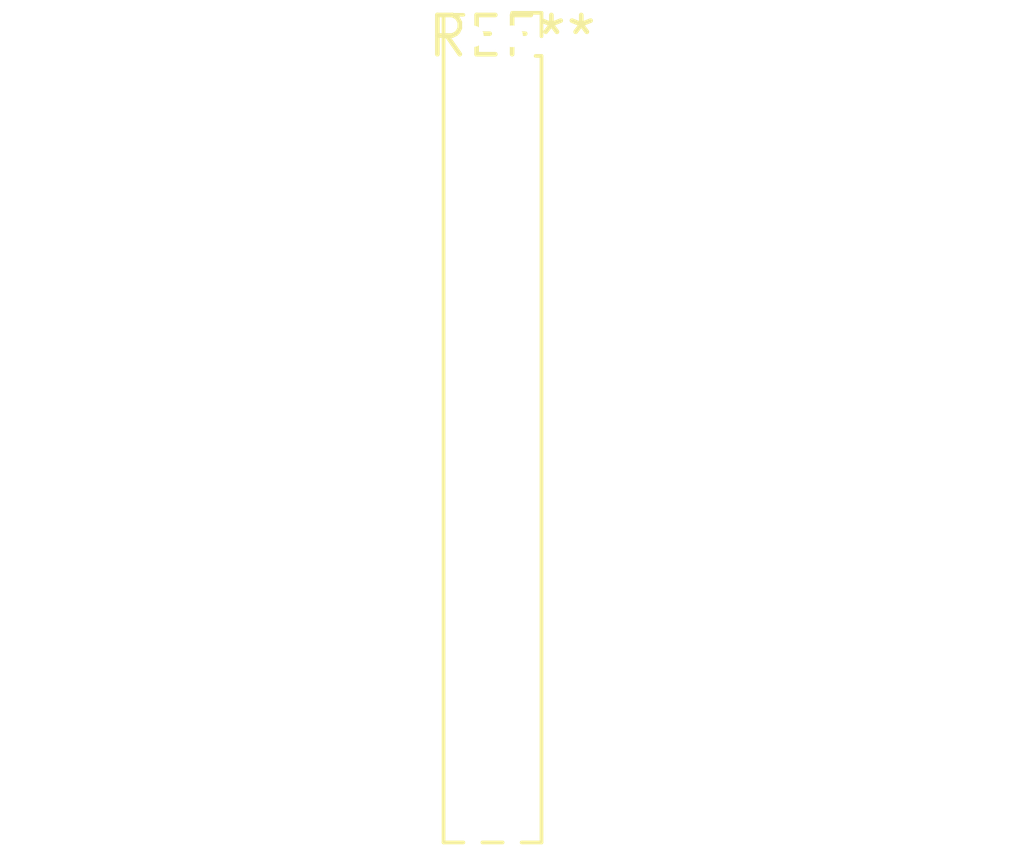
<source format=kicad_pcb>
(kicad_pcb (version 20240108) (generator pcbnew)
  (layers (0 "F.Cu" signal) (31 "B.Cu" signal) (34 "B.Paste" user) (35 "F.Paste" user) (36 "B.SilkS" user "B.Silkscreen") (37 "F.SilkS" user "F.Silkscreen") (38 "B.Mask" user) (39 "F.Mask" user) (44 "Edge.Cuts" user))
  (net 0 "")
  (footprint "PinSocket_2x21_P1.27mm_Vertical" (layer "F.Cu") (at 0 0)
    (property "Reference" "REF**")
    (property "Value" "PinSocket_2x21_P1.27mm_Vertical")
    (fp_line (start -2.22 -0.695) (end -2.22 26.095) (layer "F.SilkS") (stroke (width 0.12)))
    (fp_line (start -2.22 -0.695) (end -1.57753 -0.695) (layer "F.SilkS") (stroke (width 0.12)))
    (fp_line (start -2.22 26.095) (end -1.57753 26.095) (layer "F.SilkS") (stroke (width 0.12)))
    (fp_line (start -0.96247 -0.695) (end -0.76 -0.695) (layer "F.SilkS") (stroke (width 0.12)))
    (fp_line (start -0.96247 26.095) (end -0.30753 26.095) (layer "F.SilkS") (stroke (width 0.12)))
    (fp_line (start 0 -0.76) (end 0.95 -0.76) (layer "F.SilkS") (stroke (width 0.12)))
    (fp_line (start 0.30753 26.095) (end 0.95 26.095) (layer "F.SilkS") (stroke (width 0.12)))
    (fp_line (start 0.76 0.635) (end 0.95 0.635) (layer "F.SilkS") (stroke (width 0.12)))
    (fp_line (start 0.95 -0.76) (end 0.95 0) (layer "F.SilkS") (stroke (width 0.12)))
    (fp_line (start 0.95 0.635) (end 0.95 26.095) (layer "F.SilkS") (stroke (width 0.12)))
    (pad "1" thru_hole rect (at 0 0) (size 1 1) (drill 0.7) (layers *.Cu *.Mask) (remove_unused_layers))
    (pad "2" thru_hole oval (at -1.27 0) (size 1 1) (drill 0.7) (layers *.Cu *.Mask) (remove_unused_layers))
    (pad "3" thru_hole oval (at 0 1.27) (size 1 1) (drill 0.7) (layers *.Cu *.Mask) (remove_unused_layers))
    (pad "4" thru_hole oval (at -1.27 1.27) (size 1 1) (drill 0.7) (layers *.Cu *.Mask) (remove_unused_layers))
    (pad "5" thru_hole oval (at 0 2.54) (size 1 1) (drill 0.7) (layers *.Cu *.Mask) (remove_unused_layers))
    (pad "6" thru_hole oval (at -1.27 2.54) (size 1 1) (drill 0.7) (layers *.Cu *.Mask) (remove_unused_layers))
    (pad "7" thru_hole oval (at 0 3.81) (size 1 1) (drill 0.7) (layers *.Cu *.Mask) (remove_unused_layers))
    (pad "8" thru_hole oval (at -1.27 3.81) (size 1 1) (drill 0.7) (layers *.Cu *.Mask) (remove_unused_layers))
    (pad "9" thru_hole oval (at 0 5.08) (size 1 1) (drill 0.7) (layers *.Cu *.Mask) (remove_unused_layers))
    (pad "10" thru_hole oval (at -1.27 5.08) (size 1 1) (drill 0.7) (layers *.Cu *.Mask) (remove_unused_layers))
    (pad "11" thru_hole oval (at 0 6.35) (size 1 1) (drill 0.7) (layers *.Cu *.Mask) (remove_unused_layers))
    (pad "12" thru_hole oval (at -1.27 6.35) (size 1 1) (drill 0.7) (layers *.Cu *.Mask) (remove_unused_layers))
    (pad "13" thru_hole oval (at 0 7.62) (size 1 1) (drill 0.7) (layers *.Cu *.Mask) (remove_unused_layers))
    (pad "14" thru_hole oval (at -1.27 7.62) (size 1 1) (drill 0.7) (layers *.Cu *.Mask) (remove_unused_layers))
    (pad "15" thru_hole oval (at 0 8.89) (size 1 1) (drill 0.7) (layers *.Cu *.Mask) (remove_unused_layers))
    (pad "16" thru_hole oval (at -1.27 8.89) (size 1 1) (drill 0.7) (layers *.Cu *.Mask) (remove_unused_layers))
    (pad "17" thru_hole oval (at 0 10.16) (size 1 1) (drill 0.7) (layers *.Cu *.Mask) (remove_unused_layers))
    (pad "18" thru_hole oval (at -1.27 10.16) (size 1 1) (drill 0.7) (layers *.Cu *.Mask) (remove_unused_layers))
    (pad "19" thru_hole oval (at 0 11.43) (size 1 1) (drill 0.7) (layers *.Cu *.Mask) (remove_unused_layers))
    (pad "20" thru_hole oval (at -1.27 11.43) (size 1 1) (drill 0.7) (layers *.Cu *.Mask) (remove_unused_layers))
    (pad "21" thru_hole oval (at 0 12.7) (size 1 1) (drill 0.7) (layers *.Cu *.Mask) (remove_unused_layers))
    (pad "22" thru_hole oval (at -1.27 12.7) (size 1 1) (drill 0.7) (layers *.Cu *.Mask) (remove_unused_layers))
    (pad "23" thru_hole oval (at 0 13.97) (size 1 1) (drill 0.7) (layers *.Cu *.Mask) (remove_unused_layers))
    (pad "24" thru_hole oval (at -1.27 13.97) (size 1 1) (drill 0.7) (layers *.Cu *.Mask) (remove_unused_layers))
    (pad "25" thru_hole oval (at 0 15.24) (size 1 1) (drill 0.7) (layers *.Cu *.Mask) (remove_unused_layers))
    (pad "26" thru_hole oval (at -1.27 15.24) (size 1 1) (drill 0.7) (layers *.Cu *.Mask) (remove_unused_layers))
    (pad "27" thru_hole oval (at 0 16.51) (size 1 1) (drill 0.7) (layers *.Cu *.Mask) (remove_unused_layers))
    (pad "28" thru_hole oval (at -1.27 16.51) (size 1 1) (drill 0.7) (layers *.Cu *.Mask) (remove_unused_layers))
    (pad "29" thru_hole oval (at 0 17.78) (size 1 1) (drill 0.7) (layers *.Cu *.Mask) (remove_unused_layers))
    (pad "30" thru_hole oval (at -1.27 17.78) (size 1 1) (drill 0.7) (layers *.Cu *.Mask) (remove_unused_layers))
    (pad "31" thru_hole oval (at 0 19.05) (size 1 1) (drill 0.7) (layers *.Cu *.Mask) (remove_unused_layers))
    (pad "32" thru_hole oval (at -1.27 19.05) (size 1 1) (drill 0.7) (layers *.Cu *.Mask) (remove_unused_layers))
    (pad "33" thru_hole oval (at 0 20.32) (size 1 1) (drill 0.7) (layers *.Cu *.Mask) (remove_unused_layers))
    (pad "34" thru_hole oval (at -1.27 20.32) (size 1 1) (drill 0.7) (layers *.Cu *.Mask) (remove_unused_layers))
    (pad "35" thru_hole oval (at 0 21.59) (size 1 1) (drill 0.7) (layers *.Cu *.Mask) (remove_unused_layers))
    (pad "36" thru_hole oval (at -1.27 21.59) (size 1 1) (drill 0.7) (layers *.Cu *.Mask) (remove_unused_layers))
    (pad "37" thru_hole oval (at 0 22.86) (size 1 1) (drill 0.7) (layers *.Cu *.Mask) (remove_unused_layers))
    (pad "38" thru_hole oval (at -1.27 22.86) (size 1 1) (drill 0.7) (layers *.Cu *.Mask) (remove_unused_layers))
    (pad "39" thru_hole oval (at 0 24.13) (size 1 1) (drill 0.7) (layers *.Cu *.Mask) (remove_unused_layers))
    (pad "40" thru_hole oval (at -1.27 24.13) (size 1 1) (drill 0.7) (layers *.Cu *.Mask) (remove_unused_layers))
    (pad "41" thru_hole oval (at 0 25.4) (size 1 1) (drill 0.7) (layers *.Cu *.Mask) (remove_unused_layers))
    (pad "42" thru_hole oval (at -1.27 25.4) (size 1 1) (drill 0.7) (layers *.Cu *.Mask) (remove_unused_layers))
  )
)
</source>
